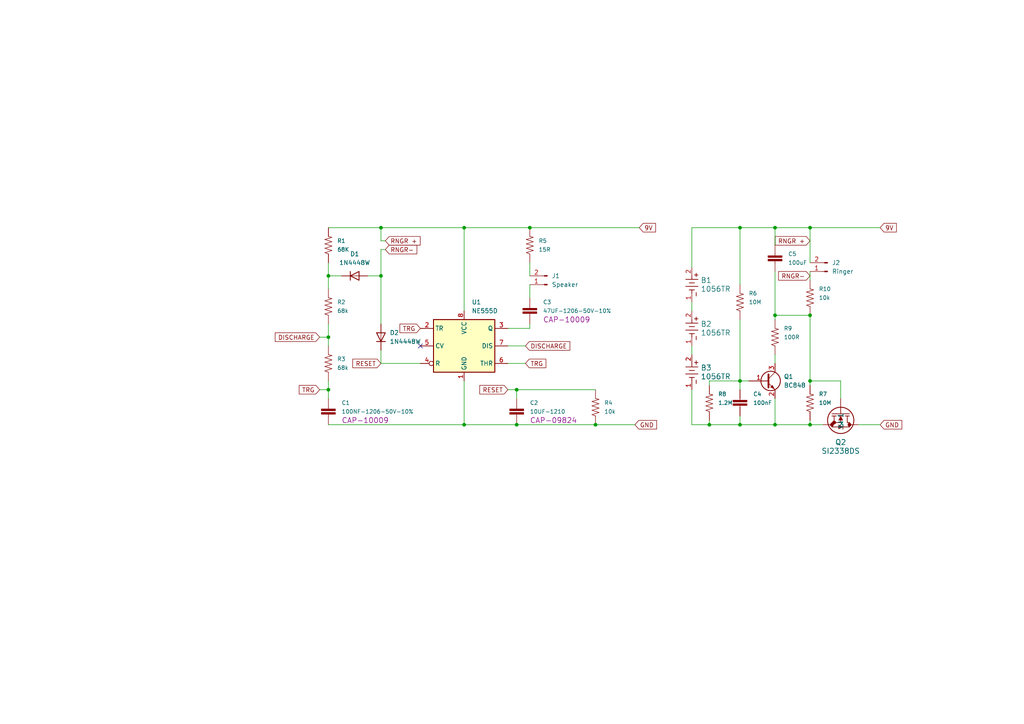
<source format=kicad_sch>
(kicad_sch (version 20230121) (generator eeschema)
  (paper "A4")
  (lib_symbols
    (symbol "CR1220 Holder:1056TR" (pin_names (offset 0.254))
      (property "Reference" "B" (at 4.826 3.81 0))
      (property "Value" "1056TR" (at 4.826 -3.81 0))
      (symbol "1056TR_0_1"
        (polyline (pts (xy 1.778 1.27) (xy 2.794 1.27)) (stroke (width 0.2032)))
        (polyline (pts (xy 2.286 0.762) (xy 2.286 1.778)) (stroke (width 0.2032)))
        (polyline (pts (xy 2.54 0) (xy 3.4798 0)) (stroke (width 0.2032)))
        (polyline (pts (xy 3.556 -1.778) (xy 3.556 1.778)) (stroke (width 0.2032)))
        (polyline (pts (xy 4.572 0.762) (xy 4.572 -0.762)) (stroke (width 0.2032)))
        (polyline (pts (xy 5.588 -1.778) (xy 5.588 1.778)) (stroke (width 0.2032)))
        (polyline (pts (xy 6.604 0) (xy 7.62 0)) (stroke (width 0.2032)))
        (polyline (pts (xy 6.604 0.762) (xy 6.604 -0.762)) (stroke (width 0.2032)))
        (polyline (pts (xy 7.366 1.27) (xy 8.382 1.27)) (stroke (width 0.2032)))
        (pin unspecified line (at 10.16 0 180) (length 2.54) (name "") (number "1"))
        (pin unspecified line (at 0 0 0) (length 2.54) (name "") (number "2"))
      )
    )
    (symbol "Connector:Conn_01x02_Pin" (pin_names (offset 1.016) hide)
      (property "Reference" "J" (at 0 2.54 0))
      (property "Value" "Conn_01x02_Pin" (at 0 -5.08 0))
      (symbol "Conn_01x02_Pin_1_1"
        (polyline (pts (xy 1.27 -2.54) (xy 0.8636 -2.54)) (stroke (width 0.1524)))
        (polyline (pts (xy 1.27 0) (xy 0.8636 0)) (stroke (width 0.1524)))
        (rectangle (start 0.8636 -2.413) (end 0 -2.667) (stroke (width 0.1524)) (fill (type outline)))
        (rectangle (start 0.8636 0.127) (end 0 -0.127) (stroke (width 0.1524)) (fill (type outline)))
        (pin passive line (at 5.08 0 180) (length 3.81) (name "Pin_1") (number "1"))
        (pin passive line (at 5.08 -2.54 180) (length 3.81) (name "Pin_2") (number "2"))
      )
    )
    (symbol "Diode:1N4448W" (pin_numbers hide) (pin_names hide)
      (property "Reference" "D" (at 0 2.54 0))
      (property "Value" "1N4448W" (at 0 -2.54 0))
      (symbol "1N4448W_0_1"
        (polyline (pts (xy -1.27 1.27) (xy -1.27 -1.27)) (stroke (width 0.254)))
        (polyline (pts (xy 1.27 0) (xy -1.27 0)))
        (polyline (pts (xy 1.27 1.27) (xy 1.27 -1.27) (xy -1.27 0) (xy 1.27 1.27)) (stroke (width 0.254)))
      )
      (symbol "1N4448W_1_1"
        (pin passive line (at -3.81 0 0) (length 2.54) (name "K") (number "1"))
        (pin passive line (at 3.81 0 180) (length 2.54) (name "A") (number "2"))
      )
    )
    (symbol "Si2342DS:SI2342DS-T1-GE3" (pin_numbers hide) (pin_names (offset 1.524))
      (property "Reference" "MOSFET" (at 11.43 1.905 0))
      (property "Value" "SI2342DS-T1-GE3" (at 11.43 -5.08 0))
      (symbol "SI2342DS-T1-GE3_1_1"
        (polyline (pts (xy 2.54 0) (xy 4.445 0)) (stroke (width 0.2032)))
        (polyline (pts (xy 4.445 -2.54) (xy 4.445 2.54)) (stroke (width 0.2032)))
        (polyline (pts (xy 5.08 -2.54) (xy 5.08 -1.27)) (stroke (width 0.2032)))
        (polyline (pts (xy 5.08 -1.905) (xy 6.985 -1.905)) (stroke (width 0.2032)))
        (polyline (pts (xy 5.08 -0.635) (xy 5.08 0.635)) (stroke (width 0.2032)))
        (polyline (pts (xy 5.08 1.27) (xy 5.08 2.54)) (stroke (width 0.2032)))
        (polyline (pts (xy 5.08 1.905) (xy 6.985 1.905)) (stroke (width 0.2032)))
        (polyline (pts (xy 6.35 0) (xy 6.985 0)) (stroke (width 0.2032)))
        (polyline (pts (xy 6.985 -2.54) (xy 6.985 0)) (stroke (width 0.2032)))
        (polyline (pts (xy 6.985 -2.54) (xy 8.255 -2.54)) (stroke (width 0.2032)))
        (polyline (pts (xy 6.985 1.905) (xy 6.985 2.54)) (stroke (width 0.2032)))
        (polyline (pts (xy 6.985 2.54) (xy 8.255 2.54)) (stroke (width 0.2032)))
        (polyline (pts (xy 8.255 -2.54) (xy 8.255 -0.635)) (stroke (width 0.2032)))
        (polyline (pts (xy 8.255 0.635) (xy 8.255 2.54)) (stroke (width 0.2032)))
        (polyline (pts (xy 8.89 0.635) (xy 7.62 0.635)) (stroke (width 0.2032)))
        (polyline (pts (xy 6.35 0.635) (xy 5.08 0) (xy 6.35 -0.635) (xy 6.35 0.635)) (stroke (width 0.0254)) (fill (type outline)))
        (polyline (pts (xy 8.89 -0.635) (xy 7.62 -0.635) (xy 8.255 0.635) (xy 8.89 -0.635)) (stroke (width 0.0254)) (fill (type outline)))
        (circle (center 6.35 0) (radius 3.81) (stroke (width 0.254)))
        (circle (center 6.985 -1.905) (radius 0.0254) (stroke (width 0.508)))
        (circle (center 7.62 -2.54) (radius 0.0254) (stroke (width 0.508)))
        (circle (center 7.62 2.54) (radius 0.0254) (stroke (width 0.508)))
        (pin unspecified line (at 0 0 0) (length 2.54) (name "1") (number "1"))
        (pin unspecified line (at 7.62 -5.08 90) (length 2.54) (name "2") (number "2"))
        (pin unspecified line (at 7.62 5.08 270) (length 2.54) (name "3") (number "3"))
      )
    )
    (symbol "SparkFun-Capacitors:10UF-1210-50V-20%" (pin_numbers hide) (pin_names (offset 1.016) hide)
      (property "Reference" "C" (at 1.524 2.921 0))
      (property "Value" "10UF-1210-50V-20%" (at 1.524 -2.159 0))
      (property "Field4" "CAP-09824" (at 0 7.62 0))
      (symbol "10UF-1210-50V-20%_1_0"
        (polyline (pts (xy 0 0) (xy 0 0.508)))
        (polyline (pts (xy 0 2.54) (xy 0 2.032)))
      )
      (symbol "10UF-1210-50V-20%_1_1"
        (rectangle (start -2.032 0.508) (end 2.032 1.016) (fill (type outline)))
        (rectangle (start -2.032 1.524) (end 2.032 2.032) (fill (type outline)))
        (pin passive line (at 0 5.08 270) (length 2.54) (name "1") (number "1"))
        (pin passive line (at 0 -2.54 90) (length 2.54) (name "2") (number "2"))
      )
    )
    (symbol "SparkFun-Capacitors:2.2UF-1206-50V-10%" (pin_numbers hide) (pin_names (offset 1.016) hide)
      (property "Reference" "C" (at 1.524 2.921 0))
      (property "Value" "2.2UF-1206-50V-10%" (at 1.524 -2.159 0))
      (property "Field4" "CAP-10009" (at 0 7.62 0))
      (symbol "2.2UF-1206-50V-10%_1_0"
        (polyline (pts (xy 0 0) (xy 0 0.508)))
        (polyline (pts (xy 0 2.54) (xy 0 2.032)))
      )
      (symbol "2.2UF-1206-50V-10%_1_1"
        (rectangle (start -2.032 0.508) (end 2.032 1.016) (fill (type outline)))
        (rectangle (start -2.032 1.524) (end 2.032 2.032) (fill (type outline)))
        (pin passive line (at 0 5.08 270) (length 2.54) (name "1") (number "1"))
        (pin passive line (at 0 -2.54 90) (length 2.54) (name "2") (number "2"))
      )
    )
    (symbol "SparkFun-Resistors:47KOHM-0603-1_10W-1%" (pin_numbers hide) (pin_names (offset 1.016) hide)
      (property "Reference" "R" (at -5.08 1.27 0))
      (property "Value" "47KOHM-0603-1_10W-1%" (at -5.08 -3.81 0))
      (property "Field4" "RES-07871" (at 0 5.08 0))
      (symbol "47KOHM-0603-1_10W-1%_1_0"
        (polyline (pts (xy -2.54 0) (xy -2.159 1.016)))
        (polyline (pts (xy -2.159 1.016) (xy -1.524 -1.016)))
        (polyline (pts (xy -1.524 -1.016) (xy -0.889 1.016)))
        (polyline (pts (xy -0.889 1.016) (xy -0.254 -1.016)))
        (polyline (pts (xy -0.254 -1.016) (xy 0.381 1.016)))
        (polyline (pts (xy 0.381 1.016) (xy 1.016 -1.016)))
        (polyline (pts (xy 1.016 -1.016) (xy 1.651 1.016)))
        (polyline (pts (xy 1.651 1.016) (xy 2.286 -1.016)))
        (polyline (pts (xy 2.286 -1.016) (xy 2.54 0)))
      )
      (symbol "47KOHM-0603-1_10W-1%_1_1"
        (pin passive line (at -5.08 0 0) (length 2.54) (name "1") (number "1"))
        (pin passive line (at 5.08 0 180) (length 2.54) (name "2") (number "2"))
      )
    )
    (symbol "SparkFun-Resistors:RESISTOR1206" (pin_numbers hide) (pin_names (offset 1.016) hide)
      (property "Reference" "R" (at -5.08 1.27 0))
      (property "Value" "RESISTOR1206" (at -5.08 -3.81 0))
      (property "Field4" " " (at 0 5.08 0))
      (symbol "RESISTOR1206_1_0"
        (polyline (pts (xy -2.54 0) (xy -2.159 1.016)))
        (polyline (pts (xy -2.159 1.016) (xy -1.524 -1.016)))
        (polyline (pts (xy -1.524 -1.016) (xy -0.889 1.016)))
        (polyline (pts (xy -0.889 1.016) (xy -0.254 -1.016)))
        (polyline (pts (xy -0.254 -1.016) (xy 0.381 1.016)))
        (polyline (pts (xy 0.381 1.016) (xy 1.016 -1.016)))
        (polyline (pts (xy 1.016 -1.016) (xy 1.651 1.016)))
        (polyline (pts (xy 1.651 1.016) (xy 2.286 -1.016)))
        (polyline (pts (xy 2.286 -1.016) (xy 2.54 0)))
      )
      (symbol "RESISTOR1206_1_1"
        (pin passive line (at -5.08 0 0) (length 2.54) (name "1") (number "1"))
        (pin passive line (at 5.08 0 180) (length 2.54) (name "2") (number "2"))
      )
    )
    (symbol "Timer:NE555D"
      (property "Reference" "U" (at -10.16 8.89 0))
      (property "Value" "NE555D" (at 2.54 8.89 0))
      (symbol "NE555D_0_0"
        (pin power_in line (at 0 -10.16 90) (length 2.54) (name "GND") (number "1"))
        (pin power_in line (at 0 10.16 270) (length 2.54) (name "VCC") (number "8"))
      )
      (symbol "NE555D_0_1"
        (rectangle (start -8.89 -7.62) (end 8.89 7.62) (stroke (width 0.254)) (fill (type background)))
        (rectangle (start -8.89 -7.62) (end 8.89 7.62) (stroke (width 0.254)) (fill (type background)))
      )
      (symbol "NE555D_1_1"
        (pin input line (at -12.7 5.08 0) (length 3.81) (name "TR") (number "2"))
        (pin output line (at 12.7 5.08 180) (length 3.81) (name "Q") (number "3"))
        (pin input inverted (at -12.7 -5.08 0) (length 3.81) (name "R") (number "4"))
        (pin input line (at -12.7 0 0) (length 3.81) (name "CV") (number "5"))
        (pin input line (at 12.7 -5.08 180) (length 3.81) (name "THR") (number "6"))
        (pin input line (at 12.7 0 180) (length 3.81) (name "DIS") (number "7"))
      )
    )
    (symbol "Transistor_BJT:BC848" (pin_names (offset 0) hide)
      (property "Reference" "Q" (at 5.08 1.905 0))
      (property "Value" "BC848" (at 5.08 0 0))
      (symbol "BC848_0_1"
        (polyline (pts (xy 0.635 0.635) (xy 2.54 2.54)))
        (polyline (pts (xy 0.635 -0.635) (xy 2.54 -2.54) (xy 2.54 -2.54)))
        (polyline (pts (xy 0.635 1.905) (xy 0.635 -1.905) (xy 0.635 -1.905)) (stroke (width 0.508)))
        (polyline (pts (xy 1.27 -1.778) (xy 1.778 -1.27) (xy 2.286 -2.286) (xy 1.27 -1.778) (xy 1.27 -1.778)) (fill (type outline)))
        (circle (center 1.27 0) (radius 2.8194) (stroke (width 0.254)))
      )
      (symbol "BC848_1_1"
        (pin input line (at -5.08 0 0) (length 5.715) (name "B") (number "1"))
        (pin passive line (at 2.54 -5.08 90) (length 2.54) (name "E") (number "2"))
        (pin passive line (at 2.54 5.08 270) (length 2.54) (name "C") (number "3"))
      )
    )
  )
  (junction (at 234.95 123.19))
  (junction (at 234.95 66.04))
  (junction (at 214.63 110.49))
  (junction (at 205.74 123.19))
  (junction (at 172.72 123.19))
  (junction (at 110.49 66.04))
  (junction (at 95.25 80.01))
  (junction (at 234.95 91.44))
  (junction (at 134.62 66.04))
  (junction (at 224.79 123.19))
  (junction (at 234.95 110.49))
  (junction (at 95.25 113.03))
  (junction (at 224.79 91.44))
  (junction (at 153.67 66.04))
  (junction (at 214.63 123.19))
  (junction (at 149.86 123.19))
  (junction (at 95.25 97.79))
  (junction (at 224.79 66.04))
  (junction (at 214.63 66.04))
  (junction (at 110.49 80.01))
  (junction (at 149.86 113.03))
  (junction (at 134.62 123.19))
  (no_connect (at 121.92 100.33))
  (wire (pts (xy 243.84 110.49) (xy 234.95 110.49)))
  (wire (pts (xy 243.84 115.57) (xy 243.84 110.49)))
  (wire (pts (xy 110.49 72.39) (xy 111.76 72.39)))
  (wire (pts (xy 224.79 78.74) (xy 224.79 91.44)))
  (wire (pts (xy 224.79 91.44) (xy 224.79 92.71)))
  (wire (pts (xy 134.62 123.19) (xy 149.86 123.19)))
  (wire (pts (xy 234.95 66.04) (xy 255.27 66.04)))
  (wire (pts (xy 153.67 93.98) (xy 153.67 95.25)))
  (wire (pts (xy 234.95 66.04) (xy 234.95 76.2)))
  (wire (pts (xy 234.95 123.19) (xy 238.76 123.19)))
  (wire (pts (xy 224.79 91.44) (xy 234.95 91.44)))
  (wire (pts (xy 92.71 113.03) (xy 95.25 113.03)))
  (wire (pts (xy 214.63 66.04) (xy 214.63 82.55)))
  (wire (pts (xy 149.86 113.03) (xy 149.86 115.57)))
  (wire (pts (xy 95.25 113.03) (xy 95.25 115.57)))
  (wire (pts (xy 153.67 66.04) (xy 185.42 66.04)))
  (wire (pts (xy 205.74 123.19) (xy 200.66 123.19)))
  (wire (pts (xy 214.63 92.71) (xy 214.63 110.49)))
  (wire (pts (xy 172.72 123.19) (xy 184.15 123.19)))
  (wire (pts (xy 214.63 66.04) (xy 200.66 66.04)))
  (wire (pts (xy 95.25 66.04) (xy 110.49 66.04)))
  (wire (pts (xy 110.49 101.6) (xy 110.49 105.41)))
  (wire (pts (xy 214.63 66.04) (xy 224.79 66.04)))
  (wire (pts (xy 95.25 80.01) (xy 95.25 83.82)))
  (wire (pts (xy 234.95 110.49) (xy 234.95 111.76)))
  (wire (pts (xy 134.62 66.04) (xy 134.62 90.17)))
  (wire (pts (xy 95.25 93.98) (xy 95.25 97.79)))
  (wire (pts (xy 224.79 123.19) (xy 214.63 123.19)))
  (wire (pts (xy 106.68 80.01) (xy 110.49 80.01)))
  (wire (pts (xy 205.74 121.92) (xy 205.74 123.19)))
  (wire (pts (xy 134.62 110.49) (xy 134.62 123.19)))
  (wire (pts (xy 224.79 66.04) (xy 234.95 66.04)))
  (wire (pts (xy 110.49 66.04) (xy 110.49 69.85)))
  (wire (pts (xy 153.67 76.2) (xy 153.67 80.01)))
  (wire (pts (xy 214.63 110.49) (xy 214.63 113.03)))
  (wire (pts (xy 214.63 110.49) (xy 205.74 110.49)))
  (wire (pts (xy 172.72 113.03) (xy 149.86 113.03)))
  (wire (pts (xy 200.66 100.33) (xy 200.66 102.87)))
  (wire (pts (xy 224.79 123.19) (xy 224.79 115.57)))
  (wire (pts (xy 95.25 76.2) (xy 95.25 80.01)))
  (wire (pts (xy 95.25 110.49) (xy 95.25 113.03)))
  (wire (pts (xy 214.63 123.19) (xy 205.74 123.19)))
  (wire (pts (xy 110.49 72.39) (xy 110.49 80.01)))
  (wire (pts (xy 200.66 123.19) (xy 200.66 113.03)))
  (wire (pts (xy 234.95 123.19) (xy 224.79 123.19)))
  (wire (pts (xy 224.79 102.87) (xy 224.79 105.41)))
  (wire (pts (xy 200.66 87.63) (xy 200.66 90.17)))
  (wire (pts (xy 134.62 66.04) (xy 153.67 66.04)))
  (wire (pts (xy 110.49 105.41) (xy 121.92 105.41)))
  (wire (pts (xy 95.25 123.19) (xy 134.62 123.19)))
  (wire (pts (xy 234.95 91.44) (xy 234.95 110.49)))
  (wire (pts (xy 149.86 123.19) (xy 172.72 123.19)))
  (wire (pts (xy 153.67 82.55) (xy 153.67 86.36)))
  (wire (pts (xy 248.92 123.19) (xy 255.27 123.19)))
  (wire (pts (xy 110.49 66.04) (xy 134.62 66.04)))
  (wire (pts (xy 205.74 110.49) (xy 205.74 111.76)))
  (wire (pts (xy 95.25 80.01) (xy 99.06 80.01)))
  (wire (pts (xy 95.25 97.79) (xy 95.25 100.33)))
  (wire (pts (xy 200.66 66.04) (xy 200.66 77.47)))
  (wire (pts (xy 110.49 69.85) (xy 111.76 69.85)))
  (wire (pts (xy 147.32 95.25) (xy 153.67 95.25)))
  (wire (pts (xy 147.32 113.03) (xy 149.86 113.03)))
  (wire (pts (xy 147.32 100.33) (xy 152.4 100.33)))
  (wire (pts (xy 214.63 123.19) (xy 214.63 120.65)))
  (wire (pts (xy 234.95 78.74) (xy 234.95 81.28)))
  (wire (pts (xy 224.79 66.04) (xy 224.79 71.12)))
  (wire (pts (xy 147.32 105.41) (xy 152.4 105.41)))
  (wire (pts (xy 217.17 110.49) (xy 214.63 110.49)))
  (wire (pts (xy 234.95 121.92) (xy 234.95 123.19)))
  (wire (pts (xy 92.71 97.79) (xy 95.25 97.79)))
  (wire (pts (xy 110.49 80.01) (xy 110.49 93.98)))
  (global_label "TRG" (shape input) (at 92.71 113.03 180) (property "Intersheetrefs" "${INTERSHEET_REFS}" (effects hide)))
  (global_label "GND" (shape input) (at 184.15 123.19 0) (property "Intersheetrefs" "${INTERSHEET_REFS}" (effects hide)))
  (global_label "GND" (shape input) (at 255.27 123.19 0) (property "Intersheetrefs" "${INTERSHEET_REFS}" (effects hide)))
  (global_label "TRG" (shape input) (at 121.92 95.25 180) (property "Intersheetrefs" "${INTERSHEET_REFS}" (effects hide)))
  (global_label "RESET" (shape input) (at 110.49 105.41 180) (property "Intersheetrefs" "${INTERSHEET_REFS}" (effects hide)))
  (global_label "RNGR-" (shape input) (at 111.76 72.39 0) (property "Intersheetrefs" "${INTERSHEET_REFS}" (effects hide)))
  (global_label "RNGR +" (shape input) (at 234.95 69.85 180) (property "Intersheetrefs" "${INTERSHEET_REFS}" (effects hide)))
  (global_label "9V" (shape input) (at 255.27 66.04 0) (property "Intersheetrefs" "${INTERSHEET_REFS}" (effects hide)))
  (global_label "RNGR-" (shape input) (at 234.95 80.01 180) (property "Intersheetrefs" "${INTERSHEET_REFS}" (effects hide)))
  (global_label "DISCHARGE" (shape input) (at 92.71 97.79 180) (property "Intersheetrefs" "${INTERSHEET_REFS}" (effects hide)))
  (global_label "RESET" (shape input) (at 147.32 113.03 180) (property "Intersheetrefs" "${INTERSHEET_REFS}" (effects hide)))
  (global_label "TRG" (shape input) (at 152.4 105.41 0) (property "Intersheetrefs" "${INTERSHEET_REFS}" (effects hide)))
  (global_label "RNGR +" (shape input) (at 111.76 69.85 0) (property "Intersheetrefs" "${INTERSHEET_REFS}" (effects hide)))
  (global_label "DISCHARGE" (shape input) (at 152.4 100.33 0) (property "Intersheetrefs" "${INTERSHEET_REFS}" (effects hide)))
  (global_label "9V" (shape input) (at 185.42 66.04 0) (property "Intersheetrefs" "${INTERSHEET_REFS}" (effects hide)))
  (symbol (lib_id "SparkFun-Capacitors:2.2UF-1206-50V-10%") (at 153.67 91.44 0) (unit 1)
    (property "Reference" "C3" (at 157.48 87.63 0) (effects (font (size 1.143 1.143)) (justify left)))
    (property "Value" "47UF-1206-50V-10%" (at 157.48 90.17 0) (effects (font (size 1.143 1.143)) (justify left)))
    (property "Footprint" "Capacitors:1206" (effects hide))
    (property "Field4" "CAP-10009" (at 157.48 92.71 0) (effects (font (size 1.524 1.524)) (justify left)))
  )
  (symbol (lib_id "Diode:1N4448W") (at 110.49 97.79 90) (unit 1)
    (property "Reference" "D2" (at 113.03 96.52 90) (effects (justify right)))
    (property "Value" "1N4448W" (at 113.03 99.06 90) (effects (justify right)))
    (property "Footprint" "Diode_SMD:D_SOD-123" (effects hide))
    (property "Datasheet" "https://www.vishay.com/docs/85722/1n4448w.pdf" (effects hide))
    (property "Sim.Device" "D" (effects hide))
    (property "Sim.Pins" "1=K 2=A" (effects hide))
  )
  (symbol (lib_id "SparkFun-Resistors:RESISTOR1206") (at 205.74 116.84 90) (unit 1)
    (property "Reference" "R8" (at 208.28 114.3 90) (effects (font (size 1.143 1.143)) (justify right)))
    (property "Value" "1.2M" (at 208.28 116.84 90) (effects (font (size 1.143 1.143)) (justify right)))
    (property "Footprint" "Resistor_SMD:R_1206_3216Metric" (effects hide))
    (property "Field4" " " (at 208.28 119.38 90) (effects (font (size 1.524 1.524)) (justify right)))
  )
  (symbol (lib_id "SparkFun-Resistors:RESISTOR1206") (at 224.79 97.79 90) (unit 1)
    (property "Reference" "R9" (at 227.33 95.25 90) (effects (font (size 1.143 1.143)) (justify right)))
    (property "Value" "100R" (at 227.33 97.79 90) (effects (font (size 1.143 1.143)) (justify right)))
    (property "Footprint" "Resistor_SMD:R_1206_3216Metric" (effects hide))
    (property "Field4" " " (at 227.33 100.33 90) (effects (font (size 1.524 1.524)) (justify right)))
  )
  (symbol (lib_id "SparkFun-Resistors:RESISTOR1206") (at 214.63 87.63 90) (unit 1)
    (property "Reference" "R6" (at 217.17 85.09 90) (effects (font (size 1.143 1.143)) (justify right)))
    (property "Value" "10M" (at 217.17 87.63 90) (effects (font (size 1.143 1.143)) (justify right)))
    (property "Footprint" "Resistor_SMD:R_1206_3216Metric" (effects hide))
    (property "Field4" " " (at 217.17 90.17 90) (effects (font (size 1.524 1.524)) (justify right)))
  )
  (symbol (lib_id "SparkFun-Resistors:RESISTOR1206") (at 234.95 86.36 90) (unit 1)
    (property "Reference" "R10" (at 237.49 83.82 90) (effects (font (size 1.143 1.143)) (justify right)))
    (property "Value" "10k" (at 237.49 86.36 90) (effects (font (size 1.143 1.143)) (justify right)))
    (property "Footprint" "Resistor_SMD:R_1206_3216Metric" (effects hide))
    (property "Field4" " " (at 237.49 88.9 90) (effects (font (size 1.524 1.524)) (justify right)))
  )
  (symbol (lib_id "CR1220 Holder:1056TR") (at 200.66 102.87 270) (unit 1)
    (property "Reference" "B3" (at 203.2 106.68 90) (effects (font (size 1.524 1.524)) (justify left)))
    (property "Value" "1056TR" (at 203.2 109.22 90) (effects (font (size 1.524 1.524)) (justify left)))
    (property "Footprint" "CR1220 Holder:1048P_KEY" (effects hide))
    (property "Datasheet" "1056TR" (effects hide))
  )
  (symbol (lib_id "SparkFun-Resistors:47KOHM-0603-1_10W-1%") (at 172.72 118.11 90) (unit 1)
    (property "Reference" "R4" (at 175.26 116.84 90) (effects (font (size 1.143 1.143)) (justify right)))
    (property "Value" "10k" (at 175.26 119.38 90) (effects (font (size 1.143 1.143)) (justify right)))
    (property "Footprint" "Resistor_SMD:R_1206_3216Metric" (effects hide))
    (property "Field4" "RES-07871" (effects hide))
  )
  (symbol (lib_id "Connector:Conn_01x02_Pin") (at 240.03 78.74 180) (unit 1)
    (property "Reference" "J2" (at 241.3 76.2 0) (effects (justify right)))
    (property "Value" "Ringer" (at 241.3 78.74 0) (effects (justify right)))
    (property "Footprint" "2 Way Terminal Block:CONN_1890963_PXC" (effects hide))
  )
  (symbol (lib_id "SparkFun-Resistors:47KOHM-0603-1_10W-1%") (at 95.25 71.12 90) (unit 1)
    (property "Reference" "R1" (at 97.79 69.85 90) (effects (font (size 1.143 1.143)) (justify right)))
    (property "Value" "68K" (at 97.79 72.39 90) (effects (font (size 1.143 1.143)) (justify right)))
    (property "Footprint" "Resistor_SMD:R_1206_3216Metric" (effects hide))
    (property "Field4" "RES-07871" (effects hide))
  )
  (symbol (lib_id "CR1220 Holder:1056TR") (at 200.66 90.17 270) (unit 1)
    (property "Reference" "B2" (at 203.2 93.98 90) (effects (font (size 1.524 1.524)) (justify left)))
    (property "Value" "1056TR" (at 203.2 96.52 90) (effects (font (size 1.524 1.524)) (justify left)))
    (property "Footprint" "CR1220 Holder:1048P_KEY" (effects hide))
    (property "Datasheet" "1056TR" (effects hide))
  )
  (symbol (lib_id "Diode:1N4448W") (at 102.87 80.01 0) (unit 1)
    (property "Reference" "D1" (at 102.87 73.66 0))
    (property "Value" "1N4448W" (at 102.87 76.2 0))
    (property "Footprint" "Diode_SMD:D_SOD-123" (effects hide))
    (property "Datasheet" "https://www.vishay.com/docs/85722/1n4448w.pdf" (effects hide))
    (property "Sim.Device" "D" (effects hide))
    (property "Sim.Pins" "1=K 2=A" (effects hide))
  )
  (symbol (lib_id "SparkFun-Resistors:47KOHM-0603-1_10W-1%") (at 95.25 105.41 90) (unit 1)
    (property "Reference" "R3" (at 97.79 104.14 90) (effects (font (size 1.143 1.143)) (justify right)))
    (property "Value" "68k" (at 97.79 106.68 90) (effects (font (size 1.143 1.143)) (justify right)))
    (property "Footprint" "Resistor_SMD:R_1206_3216Metric" (effects hide))
    (property "Field4" "RES-07871" (effects hide))
  )
  (symbol (lib_id "Transistor_BJT:BC848") (at 222.25 110.49 0) (unit 1)
    (property "Reference" "Q1" (at 227.33 109.22 0) (effects (justify left)))
    (property "Value" "BC848" (at 227.33 111.76 0) (effects (justify left)))
    (property "Footprint" "Package_TO_SOT_SMD:SOT-23" (effects hide))
    (property "Datasheet" "http://www.infineon.com/dgdl/Infineon-BC847SERIES_BC848SERIES_BC849SERIES_BC850SERIES-DS-v01_01-en.pdf?fileId=db3a304314dca389011541d4630a1657" (effects hide))
  )
  (symbol (lib_id "Connector:Conn_01x02_Pin") (at 158.75 82.55 180) (unit 1)
    (property "Reference" "J1" (at 160.02 80.01 0) (effects (justify right)))
    (property "Value" "Speaker" (at 160.02 82.55 0) (effects (justify right)))
    (property "Footprint" "2 Way Terminal Block:CONN_1890963_PXC" (effects hide))
  )
  (symbol (lib_id "Si2342DS:SI2342DS-T1-GE3") (at 243.84 115.57 270) (unit 1)
    (property "Reference" "Q2" (at 243.84 128.27 90) (effects (font (size 1.524 1.524))))
    (property "Value" "SI2338DS" (at 243.84 130.81 90) (effects (font (size 1.524 1.524))))
    (property "Footprint" "Si2342DS:SI2342DS-T1-GE3" (effects hide))
  )
  (symbol (lib_id "SparkFun-Resistors:47KOHM-0603-1_10W-1%") (at 153.67 71.12 90) (unit 1)
    (property "Reference" "R5" (at 156.21 69.85 90) (effects (font (size 1.143 1.143)) (justify right)))
    (property "Value" "15R" (at 156.21 72.39 90) (effects (font (size 1.143 1.143)) (justify right)))
    (property "Footprint" "Resistor_SMD:R_1206_3216Metric" (effects hide))
    (property "Field4" "RES-07871" (effects hide))
  )
  (symbol (lib_id "SparkFun-Resistors:RESISTOR1206") (at 234.95 116.84 90) (unit 1)
    (property "Reference" "R7" (at 237.49 114.3 90) (effects (font (size 1.143 1.143)) (justify right)))
    (property "Value" "10M" (at 237.49 116.84 90) (effects (font (size 1.143 1.143)) (justify right)))
    (property "Footprint" "Resistor_SMD:R_1206_3216Metric" (effects hide))
    (property "Field4" " " (at 237.49 119.38 90) (effects (font (size 1.524 1.524)) (justify right)))
  )
  (symbol (lib_id "SparkFun-Capacitors:2.2UF-1206-50V-10%") (at 224.79 73.66 180) (unit 1)
    (property "Reference" "C5" (at 228.6 73.66 0) (effects (font (size 1.143 1.143)) (justify right)))
    (property "Value" "100uF" (at 228.6 76.2 0) (effects (font (size 1.143 1.143)) (justify right)))
    (property "Footprint" "Capacitor_SMD:C_1206_3216Metric" (effects hide))
    (property "Field4" "CAP-10009" (effects hide))
  )
  (symbol (lib_id "Timer:NE555D") (at 134.62 100.33 0) (unit 1)
    (property "Reference" "U1" (at 136.8141 87.63 0) (effects (justify left)))
    (property "Value" "NE555D" (at 136.8141 90.17 0) (effects (justify left)))
    (property "Footprint" "Package_SO:SOIC-8_3.9x4.9mm_P1.27mm" (effects hide))
    (property "Datasheet" "http://www.ti.com/lit/ds/symlink/ne555.pdf" (effects hide))
  )
  (symbol (lib_id "SparkFun-Capacitors:10UF-1210-50V-20%") (at 149.86 120.65 0) (unit 1)
    (property "Reference" "C2" (at 153.67 116.84 0) (effects (font (size 1.143 1.143)) (justify left)))
    (property "Value" "10UF-1210" (at 153.67 119.38 0) (effects (font (size 1.143 1.143)) (justify left)))
    (property "Footprint" "Capacitors:1210" (effects hide))
    (property "Field4" "CAP-09824" (at 153.67 121.92 0) (effects (font (size 1.524 1.524)) (justify left)))
  )
  (symbol (lib_id "SparkFun-Capacitors:2.2UF-1206-50V-10%") (at 95.25 120.65 0) (unit 1)
    (property "Reference" "C1" (at 99.06 116.84 0) (effects (font (size 1.143 1.143)) (justify left)))
    (property "Value" "100NF-1206-50V-10%" (at 99.06 119.38 0) (effects (font (size 1.143 1.143)) (justify left)))
    (property "Footprint" "Capacitors:1206" (effects hide))
    (property "Field4" "CAP-10009" (at 99.06 121.92 0) (effects (font (size 1.524 1.524)) (justify left)))
  )
  (symbol (lib_id "SparkFun-Resistors:47KOHM-0603-1_10W-1%") (at 95.25 88.9 90) (unit 1)
    (property "Reference" "R2" (at 97.79 87.63 90) (effects (font (size 1.143 1.143)) (justify right)))
    (property "Value" "68k" (at 97.79 90.17 90) (effects (font (size 1.143 1.143)) (justify right)))
    (property "Footprint" "Resistor_SMD:R_1206_3216Metric" (effects hide))
    (property "Field4" "RES-07871" (effects hide))
  )
  (symbol (lib_id "SparkFun-Capacitors:2.2UF-1206-50V-10%") (at 214.63 115.57 180) (unit 1)
    (property "Reference" "C4" (at 218.44 114.3 0) (effects (font (size 1.143 1.143)) (justify right)))
    (property "Value" "100nF" (at 218.44 116.84 0) (effects (font (size 1.143 1.143)) (justify right)))
    (property "Footprint" "Capacitor_SMD:C_1206_3216Metric" (effects hide))
    (property "Field4" "CAP-10009" (effects hide))
  )
  (symbol (lib_id "CR1220 Holder:1056TR") (at 200.66 77.47 270) (unit 1)
    (property "Reference" "B1" (at 203.2 81.28 90) (effects (font (size 1.524 1.524)) (justify left)))
    (property "Value" "1056TR" (at 203.2 83.82 90) (effects (font (size 1.524 1.524)) (justify left)))
    (property "Footprint" "CR1220 Holder:1048P_KEY" (effects hide))
    (property "Datasheet" "1056TR" (effects hide))
  )
)
</source>
